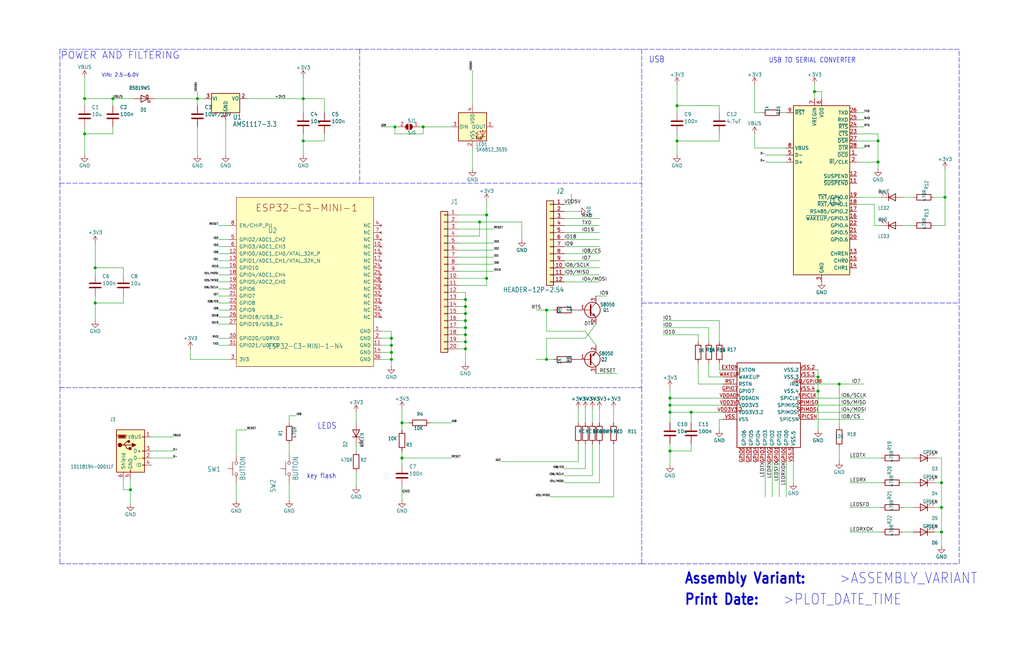
<source format=kicad_sch>
(kicad_sch (version 20211123) (generator eeschema)
  (paper "User" 368.833 239.725)
  (junction (at 46.99 176.53))
  (junction (at 30.48 35.56))
  (junction (at 340.36 71.12))
  (junction (at 167.64 125.73))
  (junction (at 294.64 135.89))
  (junction (at 144.78 165.1))
  (junction (at 339.09 173.99))
  (junction (at 109.22 35.56))
  (junction (at 167.64 120.65))
  (junction (at 140.97 121.92))
  (junction (at 30.48 48.26))
  (junction (at 167.64 123.19))
  (junction (at 142.24 45.72))
  (junction (at 241.3 146.05))
  (junction (at 196.85 111.76))
  (junction (at 316.23 58.42))
  (junction (at 167.64 115.57))
  (junction (at 339.09 191.77))
  (junction (at 167.64 110.49))
  (junction (at 241.3 148.59))
  (junction (at 316.23 50.8))
  (junction (at 152.4 45.72))
  (junction (at 71.12 35.56))
  (junction (at 243.84 38.1))
  (junction (at 294.64 140.97))
  (junction (at 140.97 127))
  (junction (at 140.97 124.46))
  (junction (at 40.64 35.56))
  (junction (at 34.29 109.22))
  (junction (at 293.37 33.02))
  (junction (at 140.97 129.54))
  (junction (at 302.26 138.43))
  (junction (at 339.09 182.88))
  (junction (at 241.3 162.56))
  (junction (at 196.85 129.54))
  (junction (at 167.64 118.11))
  (junction (at 175.26 100.33))
  (junction (at 243.84 50.8))
  (junction (at 34.29 96.52))
  (junction (at 175.26 77.47))
  (junction (at 241.3 143.51))
  (junction (at 167.64 107.95))
  (junction (at 109.22 50.8))
  (junction (at 248.92 148.59))
  (junction (at 172.72 80.01))
  (junction (at 144.78 152.4))
  (junction (at 167.64 113.03))
  (wire (pts (xy 34.29 99.06) (xy 34.29 96.52)))
  (wire (pts (xy 208.28 160.02) (xy 208.28 166.37)))
  (wire (pts (xy 339.09 165.1) (xy 336.55 165.1)))
  (wire (pts (xy 308.61 53.34) (xy 311.15 53.34)))
  (wire (pts (xy 208.28 147.32) (xy 208.28 152.4)))
  (wire (pts (xy 78.74 81.28) (xy 82.55 81.28)))
  (wire (pts (xy 203.2 73.66) (xy 205.74 73.66)))
  (polyline (pts (xy 21.59 139.7) (xy 21.59 203.2)))
  (wire (pts (xy 220.98 160.02) (xy 220.98 179.07)))
  (wire (pts (xy 214.63 106.68) (xy 218.44 106.68)))
  (polyline (pts (xy 345.44 109.22) (xy 345.44 17.78)))
  (wire (pts (xy 71.12 35.56) (xy 55.88 35.56)))
  (wire (pts (xy 213.36 160.02) (xy 213.36 171.45)))
  (wire (pts (xy 293.37 30.48) (xy 293.37 33.02)))
  (wire (pts (xy 167.64 120.65) (xy 167.64 123.19)))
  (wire (pts (xy 167.64 107.95) (xy 167.64 110.49)))
  (wire (pts (xy 241.3 152.4) (xy 241.3 148.59)))
  (wire (pts (xy 82.55 104.14) (xy 78.74 104.14)))
  (wire (pts (xy 293.37 33.02) (xy 293.37 35.56)))
  (wire (pts (xy 104.14 149.86) (xy 104.14 152.4)))
  (wire (pts (xy 278.13 166.37) (xy 278.13 179.07)))
  (wire (pts (xy 109.22 48.26) (xy 109.22 50.8)))
  (wire (pts (xy 308.61 58.42) (xy 316.23 58.42)))
  (wire (pts (xy 71.12 35.56) (xy 73.66 35.56)))
  (wire (pts (xy 40.64 35.56) (xy 30.48 35.56)))
  (wire (pts (xy 152.4 48.26) (xy 142.24 48.26)))
  (wire (pts (xy 78.74 111.76) (xy 82.55 111.76)))
  (wire (pts (xy 255.27 118.11) (xy 238.76 118.11)))
  (wire (pts (xy 294.64 140.97) (xy 293.37 140.97)))
  (wire (pts (xy 165.1 113.03) (xy 167.64 113.03)))
  (polyline (pts (xy 21.59 139.7) (xy 231.14 139.7)))
  (polyline (pts (xy 21.59 66.04) (xy 21.59 139.7)))
  (wire (pts (xy 144.78 165.1) (xy 144.78 167.64)))
  (wire (pts (xy 165.1 85.09) (xy 172.72 85.09)))
  (wire (pts (xy 340.36 81.28) (xy 336.55 81.28)))
  (wire (pts (xy 140.97 129.54) (xy 140.97 132.08)))
  (wire (pts (xy 144.78 175.26) (xy 144.78 180.34)))
  (wire (pts (xy 167.64 113.03) (xy 167.64 115.57)))
  (wire (pts (xy 306.07 165.1) (xy 317.5 165.1)))
  (wire (pts (xy 34.29 109.22) (xy 34.29 106.68)))
  (wire (pts (xy 144.78 152.4) (xy 147.32 152.4)))
  (wire (pts (xy 293.37 146.05) (xy 311.15 146.05)))
  (wire (pts (xy 241.3 160.02) (xy 241.3 162.56)))
  (wire (pts (xy 308.61 50.8) (xy 316.23 50.8)))
  (wire (pts (xy 210.82 168.91) (xy 203.2 168.91)))
  (wire (pts (xy 208.28 166.37) (xy 180.34 166.37)))
  (wire (pts (xy 259.08 133.35) (xy 260.35 133.35)))
  (wire (pts (xy 78.74 114.3) (xy 82.55 114.3)))
  (wire (pts (xy 339.09 191.77) (xy 339.09 182.88)))
  (wire (pts (xy 271.78 53.34) (xy 283.21 53.34)))
  (wire (pts (xy 165.1 100.33) (xy 175.26 100.33)))
  (wire (pts (xy 203.2 88.9) (xy 215.9 88.9)))
  (wire (pts (xy 248.92 152.4) (xy 248.92 148.59)))
  (wire (pts (xy 40.64 38.1) (xy 40.64 35.56)))
  (polyline (pts (xy 129.54 17.78) (xy 21.59 17.78)))
  (wire (pts (xy 165.1 80.01) (xy 172.72 80.01)))
  (wire (pts (xy 46.99 172.72) (xy 46.99 176.53)))
  (wire (pts (xy 210.82 147.32) (xy 210.82 152.4)))
  (wire (pts (xy 241.3 146.05) (xy 241.3 143.51)))
  (wire (pts (xy 193.04 111.76) (xy 196.85 111.76)))
  (wire (pts (xy 243.84 40.64) (xy 243.84 38.1)))
  (wire (pts (xy 203.2 86.36) (xy 215.9 86.36)))
  (wire (pts (xy 78.74 109.22) (xy 82.55 109.22)))
  (wire (pts (xy 316.23 50.8) (xy 316.23 58.42)))
  (polyline (pts (xy 345.44 17.78) (xy 231.14 17.78)))
  (wire (pts (xy 340.36 60.96) (xy 340.36 71.12)))
  (wire (pts (xy 71.12 38.1) (xy 71.12 35.56)))
  (wire (pts (xy 243.84 50.8) (xy 243.84 48.26)))
  (wire (pts (xy 205.74 73.66) (xy 205.74 69.85)))
  (wire (pts (xy 203.2 78.74) (xy 215.9 78.74)))
  (wire (pts (xy 44.45 176.53) (xy 46.99 176.53)))
  (wire (pts (xy 325.12 173.99) (xy 328.93 173.99)))
  (wire (pts (xy 30.48 27.94) (xy 30.48 35.56)))
  (wire (pts (xy 340.36 81.28) (xy 340.36 71.12)))
  (wire (pts (xy 306.07 182.88) (xy 317.5 182.88)))
  (wire (pts (xy 294.64 135.89) (xy 293.37 135.89)))
  (wire (pts (xy 40.64 45.72) (xy 40.64 48.26)))
  (wire (pts (xy 336.55 173.99) (xy 339.09 173.99)))
  (wire (pts (xy 243.84 38.1) (xy 259.08 38.1)))
  (wire (pts (xy 172.72 80.01) (xy 187.96 80.01)))
  (wire (pts (xy 316.23 58.42) (xy 316.23 60.96)))
  (wire (pts (xy 137.16 119.38) (xy 140.97 119.38)))
  (wire (pts (xy 30.48 48.26) (xy 30.48 55.88)))
  (wire (pts (xy 259.08 115.57) (xy 238.76 115.57)))
  (wire (pts (xy 203.2 101.6) (xy 215.9 101.6)))
  (wire (pts (xy 82.55 101.6) (xy 78.74 101.6)))
  (wire (pts (xy 78.74 96.52) (xy 82.55 96.52)))
  (wire (pts (xy 311.15 40.64) (xy 308.61 40.64)))
  (wire (pts (xy 109.22 50.8) (xy 109.22 55.88)))
  (wire (pts (xy 328.93 71.12) (xy 325.12 71.12)))
  (wire (pts (xy 165.1 90.17) (xy 177.8 90.17)))
  (wire (pts (xy 30.48 45.72) (xy 30.48 48.26)))
  (wire (pts (xy 248.92 160.02) (xy 248.92 162.56)))
  (wire (pts (xy 54.61 162.56) (xy 62.23 162.56)))
  (wire (pts (xy 275.59 55.88) (xy 283.21 55.88)))
  (wire (pts (xy 316.23 48.26) (xy 316.23 50.8)))
  (wire (pts (xy 137.16 121.92) (xy 140.97 121.92)))
  (wire (pts (xy 210.82 119.38) (xy 214.63 124.46)))
  (wire (pts (xy 271.78 48.26) (xy 271.78 53.34)))
  (wire (pts (xy 175.26 102.87) (xy 175.26 100.33)))
  (wire (pts (xy 210.82 121.92) (xy 196.85 121.92)))
  (wire (pts (xy 144.78 152.4) (xy 144.78 154.94)))
  (wire (pts (xy 215.9 160.02) (xy 215.9 173.99)))
  (wire (pts (xy 170.18 25.4) (xy 170.18 38.1)))
  (wire (pts (xy 293.37 143.51) (xy 311.15 143.51)))
  (wire (pts (xy 241.3 162.56) (xy 241.3 167.64)))
  (wire (pts (xy 82.55 121.92) (xy 78.74 121.92)))
  (wire (pts (xy 293.37 148.59) (xy 311.15 148.59)))
  (wire (pts (xy 44.45 172.72) (xy 44.45 176.53)))
  (wire (pts (xy 251.46 138.43) (xy 260.35 138.43)))
  (wire (pts (xy 203.2 96.52) (xy 215.9 96.52)))
  (wire (pts (xy 196.85 111.76) (xy 199.39 111.76)))
  (wire (pts (xy 294.64 140.97) (xy 294.64 135.89)))
  (wire (pts (xy 165.1 77.47) (xy 175.26 77.47)))
  (wire (pts (xy 151.13 45.72) (xy 152.4 45.72)))
  (polyline (pts (xy 129.54 66.04) (xy 231.14 66.04)))
  (wire (pts (xy 128.27 148.59) (xy 128.27 152.4)))
  (wire (pts (xy 308.61 43.18) (xy 311.15 43.18)))
  (wire (pts (xy 170.18 53.34) (xy 170.18 60.96)))
  (wire (pts (xy 248.92 162.56) (xy 241.3 162.56)))
  (wire (pts (xy 152.4 45.72) (xy 162.56 45.72)))
  (wire (pts (xy 302.26 161.29) (xy 302.26 166.37)))
  (wire (pts (xy 142.24 48.26) (xy 142.24 45.72)))
  (wire (pts (xy 213.36 147.32) (xy 213.36 152.4)))
  (wire (pts (xy 104.14 160.02) (xy 104.14 163.83)))
  (wire (pts (xy 68.58 129.54) (xy 82.55 129.54)))
  (wire (pts (xy 109.22 40.64) (xy 109.22 35.56)))
  (wire (pts (xy 143.51 45.72) (xy 142.24 45.72)))
  (wire (pts (xy 46.99 176.53) (xy 46.99 181.61)))
  (wire (pts (xy 302.26 138.43) (xy 311.15 138.43)))
  (wire (pts (xy 251.46 130.81) (xy 251.46 138.43)))
  (wire (pts (xy 109.22 35.56) (xy 88.9 35.56)))
  (wire (pts (xy 165.1 105.41) (xy 167.64 105.41)))
  (wire (pts (xy 167.64 118.11) (xy 167.64 120.65)))
  (wire (pts (xy 196.85 119.38) (xy 196.85 111.76)))
  (wire (pts (xy 306.07 191.77) (xy 317.5 191.77)))
  (wire (pts (xy 81.28 43.18) (xy 81.28 55.88)))
  (wire (pts (xy 308.61 73.66) (xy 314.96 73.66)))
  (wire (pts (xy 222.25 134.62) (xy 214.63 134.62)))
  (polyline (pts (xy 231.14 17.78) (xy 231.14 66.04)))
  (wire (pts (xy 82.55 99.06) (xy 78.74 99.06)))
  (wire (pts (xy 44.45 106.68) (xy 44.45 109.22)))
  (wire (pts (xy 34.29 109.22) (xy 34.29 115.57)))
  (wire (pts (xy 203.2 99.06) (xy 215.9 99.06)))
  (wire (pts (xy 175.26 100.33) (xy 175.26 77.47)))
  (wire (pts (xy 82.55 93.98) (xy 78.74 93.98)))
  (wire (pts (xy 271.78 30.48) (xy 271.78 40.64)))
  (wire (pts (xy 196.85 129.54) (xy 199.39 129.54)))
  (wire (pts (xy 68.58 125.73) (xy 68.58 129.54)))
  (wire (pts (xy 328.93 81.28) (xy 325.12 81.28)))
  (wire (pts (xy 167.64 105.41) (xy 167.64 107.95)))
  (polyline (pts (xy 129.54 17.78) (xy 129.54 66.04)))
  (wire (pts (xy 314.96 73.66) (xy 314.96 81.28)))
  (wire (pts (xy 210.82 119.38) (xy 196.85 119.38)))
  (wire (pts (xy 220.98 147.32) (xy 220.98 152.4)))
  (wire (pts (xy 220.98 179.07) (xy 198.12 179.07)))
  (wire (pts (xy 203.2 81.28) (xy 215.9 81.28)))
  (wire (pts (xy 137.16 124.46) (xy 140.97 124.46)))
  (wire (pts (xy 248.92 148.59) (xy 241.3 148.59)))
  (wire (pts (xy 34.29 87.63) (xy 34.29 96.52)))
  (polyline (pts (xy 231.14 66.04) (xy 231.14 109.22)))
  (wire (pts (xy 271.78 40.64) (xy 274.32 40.64)))
  (polyline (pts (xy 231.14 17.78) (xy 129.54 17.78)))
  (wire (pts (xy 165.1 125.73) (xy 167.64 125.73)))
  (wire (pts (xy 260.35 148.59) (xy 248.92 148.59)))
  (wire (pts (xy 302.26 138.43) (xy 302.26 153.67)))
  (wire (pts (xy 165.1 115.57) (xy 167.64 115.57)))
  (wire (pts (xy 215.9 173.99) (xy 203.2 173.99)))
  (wire (pts (xy 340.36 71.12) (xy 336.55 71.12)))
  (wire (pts (xy 137.16 127) (xy 140.97 127)))
  (wire (pts (xy 142.24 45.72) (xy 137.16 45.72)))
  (wire (pts (xy 48.26 35.56) (xy 40.64 35.56)))
  (wire (pts (xy 78.74 106.68) (xy 82.55 106.68)))
  (wire (pts (xy 294.64 133.35) (xy 293.37 133.35)))
  (wire (pts (xy 54.61 157.48) (xy 62.23 157.48)))
  (wire (pts (xy 71.12 35.56) (xy 71.12 33.02)))
  (wire (pts (xy 308.61 71.12) (xy 317.5 71.12)))
  (wire (pts (xy 325.12 165.1) (xy 328.93 165.1)))
  (wire (pts (xy 187.96 80.01) (xy 187.96 86.36)))
  (wire (pts (xy 259.08 130.81) (xy 259.08 133.35)))
  (wire (pts (xy 210.82 160.02) (xy 210.82 168.91)))
  (wire (pts (xy 104.14 149.86) (xy 106.68 149.86)))
  (wire (pts (xy 165.1 87.63) (xy 177.8 87.63)))
  (wire (pts (xy 203.2 76.2) (xy 208.28 76.2)))
  (wire (pts (xy 293.37 151.13) (xy 311.15 151.13)))
  (wire (pts (xy 308.61 45.72) (xy 311.15 45.72)))
  (wire (pts (xy 259.08 151.13) (xy 259.08 154.94)))
  (polyline (pts (xy 231.14 139.7) (xy 231.14 203.2)))
  (wire (pts (xy 259.08 48.26) (xy 259.08 50.8)))
  (wire (pts (xy 165.1 95.25) (xy 177.8 95.25)))
  (polyline (pts (xy 21.59 66.04) (xy 129.54 66.04)))
  (wire (pts (xy 243.84 30.48) (xy 243.84 38.1)))
  (wire (pts (xy 275.59 166.37) (xy 275.59 179.07)))
  (wire (pts (xy 116.84 48.26) (xy 116.84 50.8)))
  (polyline (pts (xy 21.59 17.78) (xy 21.59 66.04)))
  (wire (pts (xy 109.22 27.94) (xy 109.22 35.56)))
  (wire (pts (xy 280.67 166.37) (xy 280.67 179.07)))
  (wire (pts (xy 82.55 88.9) (xy 78.74 88.9)))
  (wire (pts (xy 140.97 124.46) (xy 140.97 127)))
  (wire (pts (xy 82.55 124.46) (xy 78.74 124.46)))
  (wire (pts (xy 259.08 40.64) (xy 259.08 38.1)))
  (polyline (pts (xy 231.14 203.2) (xy 345.44 203.2)))
  (wire (pts (xy 177.8 82.55) (xy 165.1 82.55)))
  (wire (pts (xy 283.21 166.37) (xy 283.21 179.07)))
  (wire (pts (xy 241.3 143.51) (xy 260.35 143.51)))
  (wire (pts (xy 210.82 121.92) (xy 214.63 116.84)))
  (polyline (pts (xy 345.44 203.2) (xy 345.44 109.22)))
  (wire (pts (xy 71.12 45.72) (xy 71.12 55.88)))
  (wire (pts (xy 275.59 58.42) (xy 283.21 58.42)))
  (wire (pts (xy 140.97 119.38) (xy 140.97 121.92)))
  (wire (pts (xy 260.35 146.05) (xy 241.3 146.05)))
  (wire (pts (xy 259.08 151.13) (xy 260.35 151.13)))
  (wire (pts (xy 339.09 191.77) (xy 339.09 196.85)))
  (polyline (pts (xy 231.14 109.22) (xy 231.14 139.7)))
  (wire (pts (xy 165.1 107.95) (xy 167.64 107.95)))
  (wire (pts (xy 165.1 92.71) (xy 177.8 92.71)))
  (wire (pts (xy 285.75 166.37) (xy 285.75 173.99)))
  (wire (pts (xy 85.09 154.94) (xy 88.9 154.94)))
  (wire (pts (xy 82.55 91.44) (xy 78.74 91.44)))
  (wire (pts (xy 203.2 83.82) (xy 215.9 83.82)))
  (wire (pts (xy 295.91 35.56) (xy 295.91 33.02)))
  (wire (pts (xy 294.64 140.97) (xy 294.64 154.94)))
  (wire (pts (xy 116.84 40.64) (xy 116.84 35.56)))
  (wire (pts (xy 255.27 135.89) (xy 260.35 135.89)))
  (wire (pts (xy 165.1 123.19) (xy 167.64 123.19)))
  (wire (pts (xy 306.07 173.99) (xy 317.5 173.99)))
  (wire (pts (xy 167.64 123.19) (xy 167.64 125.73)))
  (wire (pts (xy 144.78 165.1) (xy 162.56 165.1)))
  (wire (pts (xy 215.9 147.32) (xy 215.9 152.4)))
  (wire (pts (xy 165.1 120.65) (xy 167.64 120.65)))
  (wire (pts (xy 144.78 162.56) (xy 144.78 165.1)))
  (wire (pts (xy 336.55 191.77) (xy 339.09 191.77)))
  (wire (pts (xy 293.37 138.43) (xy 302.26 138.43)))
  (wire (pts (xy 295.91 33.02) (xy 293.37 33.02)))
  (wire (pts (xy 336.55 182.88) (xy 339.09 182.88)))
  (wire (pts (xy 82.55 86.36) (xy 78.74 86.36)))
  (wire (pts (xy 165.1 118.11) (xy 167.64 118.11)))
  (wire (pts (xy 154.94 152.4) (xy 162.56 152.4)))
  (polyline (pts (xy 231.14 109.22) (xy 345.44 109.22)))
  (wire (pts (xy 175.26 72.39) (xy 175.26 77.47)))
  (wire (pts (xy 241.3 148.59) (xy 241.3 146.05)))
  (wire (pts (xy 40.64 48.26) (xy 30.48 48.26)))
  (wire (pts (xy 78.74 116.84) (xy 82.55 116.84)))
  (wire (pts (xy 167.64 110.49) (xy 167.64 113.03)))
  (wire (pts (xy 251.46 120.65) (xy 251.46 123.19)))
  (wire (pts (xy 314.96 81.28) (xy 317.5 81.28)))
  (wire (pts (xy 140.97 127) (xy 140.97 129.54)))
  (wire (pts (xy 339.09 182.88) (xy 339.09 173.99)))
  (wire (pts (xy 54.61 165.1) (xy 62.23 165.1)))
  (wire (pts (xy 251.46 120.65) (xy 238.76 120.65)))
  (wire (pts (xy 294.64 135.89) (xy 294.64 133.35)))
  (wire (pts (xy 128.27 170.18) (xy 128.27 175.26)))
  (wire (pts (xy 34.29 96.52) (xy 44.45 96.52)))
  (wire (pts (xy 325.12 182.88) (xy 328.93 182.88)))
  (wire (pts (xy 104.14 173.99) (xy 104.14 180.34)))
  (wire (pts (xy 196.85 129.54) (xy 193.04 129.54)))
  (wire (pts (xy 255.27 118.11) (xy 255.27 123.19)))
  (wire (pts (xy 172.72 85.09) (xy 172.72 80.01)))
  (wire (pts (xy 44.45 109.22) (xy 34.29 109.22)))
  (wire (pts (xy 140.97 121.92) (xy 140.97 124.46)))
  (wire (pts (xy 85.09 173.99) (xy 85.09 180.34)))
  (wire (pts (xy 152.4 45.72) (xy 152.4 48.26)))
  (wire (pts (xy 196.85 121.92) (xy 196.85 129.54)))
  (wire (pts (xy 167.64 125.73) (xy 167.64 130.81)))
  (wire (pts (xy 259.08 115.57) (xy 259.08 123.19)))
  (wire (pts (xy 167.64 115.57) (xy 167.64 118.11)))
  (wire (pts (xy 255.27 130.81) (xy 255.27 135.89)))
  (wire (pts (xy 243.84 50.8) (xy 243.84 55.88)))
  (wire (pts (xy 203.2 91.44) (xy 215.9 91.44)))
  (wire (pts (xy 213.36 171.45) (xy 203.2 171.45)))
  (wire (pts (xy 339.09 173.99) (xy 339.09 165.1)))
  (wire (pts (xy 128.27 160.02) (xy 128.27 162.56)))
  (wire (pts (xy 44.45 96.52) (xy 44.45 99.06)))
  (wire (pts (xy 308.61 48.26) (xy 316.23 48.26)))
  (wire (pts (xy 259.08 50.8) (xy 243.84 50.8)))
  (wire (pts (xy 144.78 147.32) (xy 144.78 152.4)))
  (wire (pts (xy 30.48 38.1) (xy 30.48 35.56)))
  (wire (pts (xy 116.84 50.8) (xy 109.22 50.8)))
  (wire (pts (xy 203.2 93.98) (xy 215.9 93.98)))
  (wire (pts (xy 165.1 97.79) (xy 177.8 97.79)))
  (wire (pts (xy 165.1 102.87) (xy 175.26 102.87)))
  (wire (pts (xy 325.12 191.77) (xy 328.93 191.77)))
  (wire (pts (xy 116.84 35.56) (xy 109.22 35.56)))
  (wire (pts (xy 165.1 110.49) (xy 167.64 110.49)))
  (polyline (pts (xy 21.59 203.2) (xy 231.14 203.2)))
  (wire (pts (xy 241.3 139.7) (xy 241.3 143.51)))
  (wire (pts (xy 281.94 40.64) (xy 283.21 40.64)))
  (wire (pts (xy 137.16 129.54) (xy 140.97 129.54)))
  (wire (pts (xy 85.09 154.94) (xy 85.09 163.83)))
  (text "VIN: 2.5-6.0V" (at 36.576 27.94 180) (effects (font (size 1.27 1.27)) (justify left bottom)))
  (text ">PLOT_DATE_TIME" (at 281.94 218.44 180) (effects (font (size 3.81 3.2385)) (justify left bottom)))
  (text "LEDS" (at 114.3 154.94 180) (effects (font (size 2.1844 1.8567)) (justify left bottom)))
  (text "USB TO SERIAL CONVERTER" (at 276.86 22.86 180) (effects (font (size 1.778 1.5113)) (justify left bottom)))
  (text "Assembly Variant:" (at 246.38 210.82 180) (effects (font (size 3.81 3.2385) (thickness 0.6477) bold) (justify left bottom)))
  (text "Print Date:" (at 246.38 218.44 180) (effects (font (size 3.81 3.2385) (thickness 0.6477) bold) (justify left bottom)))
  (text ">ASSEMBLY_VARIANT" (at 302.26 210.82 180) (effects (font (size 3.81 3.2385)) (justify left bottom)))
  (text "USB" (at 233.68 22.86 180) (effects (font (size 2.1844 1.8567)) (justify left bottom)))
  (text "key flash" (at 110.49 172.72 180) (effects (font (size 1.778 1.5113)) (justify left bottom)))
  (text "POWER AND FILTERING" (at 64.77 21.59 180) (effects (font (size 2.54 2.54)) (justify right bottom)))
  (label "VDD5V" (at 71.12 33.02 90) (effects (font (size 0.7112 0.7112))))
  (label "RESET" (at 88.9 154.94 0) (effects (font (size 0.7112 0.7112))))
  (label "IO9" (at 203.2 88.9 0) (effects (font (size 1.2446 1.2446))))
  (label "VBUS" (at 40.64 35.56 0) (effects (font (size 0.889 0.889))))
  (label "RESET" (at 215.9 134.62 0) (effects (font (size 1.2446 1.2446))))
  (label "IO6/SCLK" (at 203.2 96.52 0) (effects (font (size 1.2446 1.2446))))
  (label "IO5/MISO" (at 302.895 146.05 0) (effects (font (size 1.2446 1.2446))))
  (label "LEDRX" (at 278.13 166.37 270) (effects (font (size 1.2446 1.2446))))
  (label "IO1" (at 177.8 92.71 0) (effects (font (size 0.7112 0.7112))))
  (label "VDD5V" (at 170.18 25.4 90) (effects (font (size 0.7112 0.7112))))
  (label "IO8/CS" (at 203.2 168.91 180) (effects (font (size 0.7112 0.7112))))
  (label "IO2" (at 177.8 90.17 0) (effects (font (size 0.7112 0.7112))))
  (label "DTR" (at 311.15 53.34 0) (effects (font (size 0.7112 0.7112))))
  (label "IO1" (at 238.76 115.57 0) (effects (font (size 1.2446 1.2446))))
  (label "IO5/MISO" (at 198.12 179.07 180) (effects (font (size 0.7112 0.7112))))
  (label "IO6/SCLK" (at 203.2 171.45 180) (effects (font (size 0.7112 0.7112))))
  (label "IO5/MISO" (at 78.74 101.6 180) (effects (font (size 0.7112 0.7112))))
  (label "LEDRXOK" (at 306.07 191.77 0) (effects (font (size 1.2446 1.2446))))
  (label "RESET" (at 162.56 165.1 0) (effects (font (size 0.7112 0.7112))))
  (label "LEDTX" (at 306.07 165.1 0) (effects (font (size 1.2446 1.2446))))
  (label "IO2" (at 180.34 166.37 180) (effects (font (size 0.7112 0.7112))))
  (label "IO9" (at 162.56 152.4 0) (effects (font (size 0.7112 0.7112))))
  (label "LEDRXOK" (at 283.21 166.37 270) (effects (font (size 1.2446 1.2446))))
  (label "+3V3" (at 99.06 35.56 0) (effects (font (size 0.889 0.889))))
  (label "IO10" (at 238.76 120.65 0) (effects (font (size 1.2446 1.2446))))
  (label "IO9" (at 137.16 45.72 0) (effects (font (size 0.7112 0.7112))))
  (label "D-" (at 62.23 165.1 0) (effects (font (size 0.7112 0.7112))))
  (label "LEDTX" (at 275.59 166.37 270) (effects (font (size 1.2446 1.2446))))
  (label "TXD" (at 209.55 81.28 0) (effects (font (size 1.2446 1.2446))))
  (label "IO4/MOSI" (at 302.895 148.59 0) (effects (font (size 1.2446 1.2446))))
  (label "IO1" (at 78.74 93.98 180) (effects (font (size 0.7112 0.7112))))
  (label "IO18" (at 203.2 86.36 0) (effects (font (size 1.2446 1.2446))))
  (label "IO8/CS" (at 302.895 151.13 0) (effects (font (size 1.2446 1.2446))))
  (label "GND" (at 144.78 177.8 0) (effects (font (size 0.889 0.889))))
  (label "IO0" (at 238.76 118.11 0) (effects (font (size 1.2446 1.2446))))
  (label "IO18" (at 78.74 114.3 180) (effects (font (size 0.7112 0.7112))))
  (label "IO9" (at 78.74 111.76 180) (effects (font (size 0.7112 0.7112))))
  (label "IO5/MISO" (at 203.2 99.06 0) (effects (font (size 1.2446 1.2446))))
  (label "IO0" (at 177.8 95.25 0) (effects (font (size 0.7112 0.7112))))
  (label "IO2" (at 78.74 86.36 180) (effects (font (size 0.7112 0.7112))))
  (label "LEDSFD" (at 306.07 182.88 0) (effects (font (size 1.2446 1.2446))))
  (label "VBUS" (at 62.23 157.48 0) (effects (font (size 0.7112 0.7112))))
  (label "D+" (at 275.59 58.42 180) (effects (font (size 0.7112 0.7112))))
  (label "VDD5V" (at 203.2 73.66 0) (effects (font (size 1.2446 1.2446))))
  (label "RTS" (at 194.945 111.76 180) (effects (font (size 1.2446 1.2446))))
  (label "D+" (at 62.23 162.56 0) (effects (font (size 0.7112 0.7112))))
  (label "IO6/SCLK" (at 78.74 104.14 180) (effects (font (size 0.7112 0.7112))))
  (label "IO10" (at 78.74 96.52 180) (effects (font (size 0.7112 0.7112))))
  (label "IO7" (at 209.55 93.98 0) (effects (font (size 1.2446 1.2446))))
  (label "IO3" (at 177.8 87.63 0) (effects (font (size 0.7112 0.7112))))
  (label "D-" (at 275.59 55.88 180) (effects (font (size 0.7112 0.7112))))
  (label "IO9" (at 106.68 149.86 0) (effects (font (size 0.7112 0.7112))))
  (label "IO7" (at 306.705 138.43 0) (effects (font (size 1.2446 1.2446))))
  (label "IO10" (at 177.8 97.79 0) (effects (font (size 0.7112 0.7112))))
  (label "IO0" (at 78.74 91.44 180) (effects (font (size 0.7112 0.7112))))
  (label "TXD" (at 311.15 40.64 0) (effects (font (size 0.7112 0.7112))))
  (label "RXD" (at 209.55 78.74 0) (effects (font (size 1.2446 1.2446))))
  (label "RXD" (at 78.74 121.92 180) (effects (font (size 0.7112 0.7112))))
  (label "IO19" (at 78.74 116.84 180) (effects (font (size 0.7112 0.7112))))
  (label "RXD" (at 311.15 43.18 0) (effects (font (size 0.7112 0.7112))))
  (label "IO3" (at 78.74 88.9 180) (effects (font (size 0.7112 0.7112))))
  (label "TXD" (at 78.74 124.46 180) (effects (font (size 0.7112 0.7112))))
  (label "IO9" (at 215.9 106.68 0) (effects (font (size 1.2446 1.2446))))
  (label "IO4/MOSI" (at 78.74 99.06 180) (effects (font (size 0.7112 0.7112))))
  (label "IO7" (at 78.74 106.68 180) (effects (font (size 0.7112 0.7112))))
  (label "RESET" (at 177.8 82.55 0) (effects (font (size 0.7112 0.7112))))
  (label "LEDRX" (at 306.07 173.99 0) (effects (font (size 1.2446 1.2446))))
  (label "IO6/SCLK" (at 302.895 143.51 0) (effects (font (size 1.2446 1.2446))))
  (label "LEDSFD" (at 280.67 166.37 270) (effects (font (size 1.2446 1.2446))))
  (label "IO4/MOSI" (at 203.2 173.99 180) (effects (font (size 0.7112 0.7112))))
  (label "IO4/MOSI" (at 209.55 101.6 0) (effects (font (size 1.2446 1.2446))))
  (label "IO8/CS" (at 209.55 91.44 0) (effects (font (size 1.2446 1.2446))))
  (label "IO8{slash}CS" (at 78.74 109.22 180) (effects (font (size 0.7112 0.7112))))
  (label "IO19" (at 209.55 83.82 0) (effects (font (size 1.2446 1.2446))))
  (label "RTS" (at 311.15 45.72 0) (effects (font (size 0.7112 0.7112))))
  (label "DTR" (at 214.0204 117.6528 180) (effects (font (size 1.2446 1.2446))))
  (label "RESET" (at 78.74 81.28 180) (effects (font (size 0.7112 0.7112))))
  (symbol (lib_id "Switch:SW_Push") (at 104.14 168.91 90) (unit 1)
    (property "Reference" "SW2" (at 99.314 177.546 0) (effects (font (size 1.778 1.5113)) (justify left bottom)))
    (property "Value" "BUTTON" (at 107.442 173.228 0) (effects (font (size 1.778 1.5113)) (justify left bottom)))
    (property "Footprint" "157SW" (effects hide))
  )
  (symbol (lib_id "Device:C") (at 30.48 41.91 0) (unit 1)
    (property "Reference" "C1" (at 33.02 39.37 0) (effects (justify left bottom)))
    (property "Value" "10u" (at 33.02 41.91 0) (effects (justify left bottom)))
    (property "Footprint" "0603" (effects hide))
  )
  (symbol (lib_id "Device:R") (at 220.98 156.21 0) (unit 1)
    (property "Reference" "R11" (at 226.06 156.21 0) (effects (font (size 1.27 1.0795)) (justify left bottom)))
    (property "Value" "NC" (at 220.98 156.21 0) (effects (font (size 1.27 1.0795)) (justify left bottom)))
    (property "Footprint" "0603" (effects hide))
  )
  (symbol (lib_id "power:GND") (at 104.14 180.34 0) (unit 1)
    (property "Reference" "#PWR0109" (effects hide))
    (property "Value" "GND" (at 104.14 184.15 0))
  )
  (symbol (lib_id "power:GND") (at 187.96 86.36 0) (unit 1)
    (property "Reference" "#PWR0107" (effects hide))
    (property "Value" "GND" (at 187.96 90.17 0))
  )
  (symbol (lib_id "Device:R") (at 128.27 166.37 180) (unit 1)
    (property "Reference" "R2" (at 132.08 165.1 0) (effects (font (size 1.27 1.0795)) (justify left bottom)))
    (property "Value" "470R" (at 127 165.1 0) (effects (font (size 1.27 1.0795)) (justify left bottom)))
    (property "Footprint" "0603" (effects hide))
  )
  (symbol (lib_id "power:GND") (at 71.12 55.88 0) (unit 1)
    (property "Reference" "#PWR0137" (effects hide))
    (property "Value" "GND" (at 71.12 59.69 0))
  )
  (symbol (lib_id "Device:LED") (at 321.31 81.28 0) (mirror x) (unit 1)
    (property "Reference" "LED3" (at 316.23 84.455 0) (effects (font (size 1.27 1.0795)) (justify left bottom)))
    (property "Value" "RED" (at 316.23 78.486 0) (effects (font (size 1.27 1.0795)) (justify left bottom)))
    (property "Footprint" "CHIPLED_0603_NOOUTLINE" (effects hide))
  )
  (symbol (lib_id "Device:R") (at 302.26 157.48 0) (unit 1)
    (property "Reference" "R18" (at 305.054 157.226 0) (effects (font (size 1.27 1.0795)) (justify left bottom)))
    (property "Value" "10K" (at 300.736 157.988 0) (effects (font (size 1.27 1.0795)) (justify left bottom)))
    (property "Footprint" "0603" (effects hide))
  )
  (symbol (lib_id "power:GND") (at 243.84 55.88 0) (unit 1)
    (property "Reference" "#PWR0129" (effects hide))
    (property "Value" "GND" (at 243.84 59.69 0))
  )
  (symbol (lib_id "power:GND") (at 140.97 132.08 0) (mirror y) (unit 1)
    (property "Reference" "#PWR0105" (effects hide))
    (property "Value" "GND" (at 140.97 135.89 0))
  )
  (symbol (lib_id "power:GND") (at 128.27 175.26 0) (unit 1)
    (property "Reference" "#PWR0110" (effects hide))
    (property "Value" "GND" (at 128.27 179.07 0))
  )
  (symbol (lib_id "Device:C") (at 109.22 44.45 0) (unit 1)
    (property "Reference" "C4" (at 111.76 41.91 0) (effects (justify left bottom)))
    (property "Value" "10u" (at 111.76 44.45 0) (effects (justify left bottom)))
    (property "Footprint" "0603" (effects hide))
  )
  (symbol (lib_id "power:GND") (at 241.3 167.64 0) (unit 1)
    (property "Reference" "#PWR0119" (effects hide))
    (property "Value" "GND" (at 241.3 171.45 0))
  )
  (symbol (lib_id "power:+3V3") (at 293.37 30.48 0) (mirror y) (unit 1)
    (property "Reference" "#PWR0132" (effects hide))
    (property "Value" "+3V3" (at 293.37 26.924 0))
  )
  (symbol (lib_id "Device:C") (at 116.84 44.45 0) (unit 1)
    (property "Reference" "C5" (at 119.38 41.91 0) (effects (justify left bottom)))
    (property "Value" "100n" (at 119.38 44.45 0) (effects (justify left bottom)))
    (property "Footprint" "0603" (effects hide))
  )
  (symbol (lib_id "power:+3V3") (at 68.58 125.73 0) (unit 1)
    (property "Reference" "#PWR0122" (effects hide))
    (property "Value" "+3V3" (at 68.58 121.92 0))
  )
  (symbol (lib_id "power:GND") (at 81.28 55.88 0) (unit 1)
    (property "Reference" "#PWR0142" (effects hide))
    (property "Value" "GND" (at 81.28 59.69 0))
  )
  (symbol (lib_id "Switch:SW_Push") (at 85.09 168.91 90) (unit 1)
    (property "Reference" "SW1" (at 79.502 168.148 90) (effects (font (size 1.778 1.5113)) (justify left bottom)))
    (property "Value" "BUTTON" (at 88.392 173.228 0) (effects (font (size 1.778 1.5113)) (justify left bottom)))
    (property "Footprint" "157SW" (effects hide))
  )
  (symbol (lib_id "power:VBUS") (at 30.48 27.94 0) (unit 1)
    (property "Reference" "#PWR0134" (effects hide))
    (property "Value" "VBUS" (at 30.48 24.13 0))
  )
  (symbol (lib_id "LED:SK6812MINI") (at 170.18 45.72 0) (unit 1)
    (property "Reference" "LED1" (at 171.45 52.705 0) (effects (font (size 1.27 1.0795)) (justify left bottom)))
    (property "Value" "SK6812_3535" (at 171.45 54.61 0) (effects (font (size 1.27 1.0795)) (justify left bottom)))
    (property "Footprint" "LED3535" (effects hide))
  )
  (symbol (lib_id "Connector_Generic:Conn_01x12") (at 198.12 86.36 0) (mirror y) (unit 1)
    (property "Reference" "J2" (at 203.2 69.85 0) (effects (font (size 1.778 1.5113)) (justify left bottom)))
    (property "Value" "HEADER-12P-2.54" (at 203.2 105.41 0) (effects (font (size 1.778 1.5113)) (justify left bottom)))
    (property "Footprint" "12P-2.54" (effects hide))
  )
  (symbol (lib_id "Device:C") (at 243.84 44.45 0) (unit 1)
    (property "Reference" "C9" (at 246.38 41.91 0) (effects (justify left bottom)))
    (property "Value" "100n" (at 246.38 44.45 0) (effects (justify left bottom)))
    (property "Footprint" "0603" (effects hide))
  )
  (symbol (lib_id "power:GND") (at 302.26 166.37 0) (unit 1)
    (property "Reference" "#PWR0121" (effects hide))
    (property "Value" "GND" (at 302.26 170.18 0))
  )
  (symbol (lib_id "Interface_USB:CP2102N-Axx-xQFN28") (at 295.91 68.58 0) (unit 1)
    (property "Reference" "U3" (at 298.45 71.12 0) (effects (font (size 2.54 2.159)) (justify left top)))
    (property "Value" "SILICON_LABS_CP2102N-A01-GQFN28SILICON_LABS_CP2102N-A01-GQFN28_0_3" (effects hide))
    (property "Footprint" "SILICON_LABS_CP2102N-A01-GQFN28_3" (effects hide))
  )
  (symbol (lib_id "Device:R") (at 203.2 129.54 270) (unit 1)
    (property "Reference" "R6" (at 205.486 130.683 0) (effects (font (size 1.27 1.0795)) (justify right top)))
    (property "Value" "1K" (at 202.184 131.318 0) (effects (font (size 1.27 1.0795)) (justify right top)))
    (property "Footprint" "0603" (effects hide))
  )
  (symbol (lib_id "Device:LED") (at 332.74 165.1 180) (unit 1)
    (property "Reference" "D3" (at 337.82 168.275 0) (effects (font (size 1.27 1.0795)) (justify left bottom)))
    (property "Value" "GREEN" (at 337.82 162.306 0) (effects (font (size 1.27 1.0795)) (justify left bottom)))
    (property "Footprint" "CHIPLED_0805_NOOUTLINE" (effects hide))
  )
  (symbol (lib_id "power:+3V3") (at 144.78 147.32 0) (unit 1)
    (property "Reference" "#PWR0101" (effects hide))
    (property "Value" "+3V3" (at 144.78 143.764 0))
  )
  (symbol (lib_id "Connector:USB_B_Micro") (at 46.99 162.56 0) (unit 1)
    (property "Reference" "J3" (at 39.615 151.8851 0) (effects (font (size 1.2715 1.0807)) (justify left bottom)))
    (property "Value" "10118194-0001LF" (at 25.4 168.91 0) (effects (font (size 1.2706 1.08)) (justify left bottom)))
    (property "Footprint" "AMPHENOL_10118194-0001LF" (effects hide))
  )
  (symbol (lib_id "Device:R") (at 332.74 71.12 270) (mirror x) (unit 1)
    (property "Reference" "R12" (at 332.994 68.326 0) (effects (font (size 1.27 1.0795)) (justify left bottom)))
    (property "Value" "470R" (at 332.232 72.644 0) (effects (font (size 1.27 1.0795)) (justify left bottom)))
    (property "Footprint" "0603" (effects hide))
  )
  (symbol (lib_id "power:GND") (at 167.64 130.81 0) (unit 1)
    (property "Reference" "#PWR0108" (effects hide))
    (property "Value" "GND" (at 167.64 134.62 0))
  )
  (symbol (lib_id "power:+3V3") (at 220.98 147.32 0) (unit 1)
    (property "Reference" "#PWR0126" (effects hide))
    (property "Value" "+3V3" (at 220.98 143.764 0))
  )
  (symbol (lib_id "power:+3V3") (at 109.22 27.94 0) (mirror y) (unit 1)
    (property "Reference" "#PWR0139" (effects hide))
    (property "Value" "+3V3" (at 109.22 24.384 0))
  )
  (symbol (lib_id "power:+3V3") (at 213.36 147.32 0) (unit 1)
    (property "Reference" "#PWR0117" (effects hide))
    (property "Value" "+3V3" (at 213.36 143.764 0))
  )
  (symbol (lib_id "ESP32 UWB-eagle-import:DWM1000") (at 278.13 166.37 0) (unit 1)
    (property "Reference" "U4" (effects hide))
    (property "Value" "DWM1000" (effects hide))
    (property "Footprint" "DWM1000" (effects hide))
  )
  (symbol (lib_id "power:GND") (at 339.09 196.85 0) (unit 1)
    (property "Reference" "#PWR0120" (effects hide))
    (property "Value" "GND" (at 339.09 200.66 0))
  )
  (symbol (lib_id "Device:R") (at 255.27 127 0) (unit 1)
    (property "Reference" "R15" (at 258.064 126.746 0) (effects (font (size 1.27 1.0795)) (justify left bottom)))
    (property "Value" "1K" (at 255.27 127 0) (effects (font (size 1.27 1.0795)) (justify left bottom)))
    (property "Footprint" "0603" (effects hide))
  )
  (symbol (lib_id "Device:LED") (at 332.74 182.88 180) (unit 1)
    (property "Reference" "D5" (at 337.82 186.055 0) (effects (font (size 1.27 1.0795)) (justify left bottom)))
    (property "Value" "GREEN" (at 337.82 180.086 0) (effects (font (size 1.27 1.0795)) (justify left bottom)))
    (property "Footprint" "CHIPLED_0805_NOOUTLINE" (effects hide))
  )
  (symbol (lib_id "power:GND") (at 34.29 115.57 0) (unit 1)
    (property "Reference" "#PWR0106" (effects hide))
    (property "Value" "GND" (at 34.29 119.38 0))
  )
  (symbol (lib_id "Regulator_Linear:AMS1117-3.3") (at 81.28 35.56 0) (unit 1)
    (property "Reference" "U1" (at 83.82 43.18 0) (effects (font (size 1.778 1.5113)) (justify left bottom)))
    (property "Value" "AMS1117-3.3" (at 83.82 45.72 0) (effects (font (size 1.778 1.5113)) (justify left bottom)))
    (property "Footprint" "SOT223" (effects hide))
  )
  (symbol (lib_id "Device:R") (at 321.31 191.77 90) (unit 1)
    (property "Reference" "R22" (at 321.056 188.976 0) (effects (font (size 1.27 1.0795)) (justify left bottom)))
    (property "Value" "470R" (at 321.818 193.294 0) (effects (font (size 1.27 1.0795)) (justify left bottom)))
    (property "Footprint" "0603" (effects hide))
  )
  (symbol (lib_id "power:+3V3") (at 175.26 72.39 0) (unit 1)
    (property "Reference" "#PWR0135" (effects hide))
    (property "Value" "+3V3" (at 175.26 68.834 0))
  )
  (symbol (lib_id "Device:R") (at 104.14 156.21 180) (unit 1)
    (property "Reference" "R1" (at 100.33 154.94 90) (effects (font (size 1.27 1.0795)) (justify left bottom)))
    (property "Value" "470R" (at 105.41 153.67 90) (effects (font (size 1.27 1.0795)) (justify left bottom)))
    (property "Footprint" "0603" (effects hide))
  )
  (symbol (lib_id "Device:Q_NPN_BEC") (at 212.09 111.76 0) (unit 1)
    (property "Reference" "Q1" (at 217.17 112.395 0) (effects (font (size 1.27 1.0795)) (justify left bottom)))
    (property "Value" "S8050" (at 216.154 110.49 0) (effects (font (size 1.27 1.0795)) (justify left bottom)))
    (property "Footprint" "SOT23" (effects hide))
  )
  (symbol (lib_id "Device:C") (at 40.64 41.91 0) (unit 1)
    (property "Reference" "C2" (at 43.18 39.37 0) (effects (justify left bottom)))
    (property "Value" "100n" (at 43.18 41.91 0) (effects (justify left bottom)))
    (property "Footprint" "0603" (effects hide))
  )
  (symbol (lib_id "power:GND") (at 316.23 60.96 0) (unit 1)
    (property "Reference" "#PWR0127" (effects hide))
    (property "Value" "GND" (at 316.23 64.77 0))
  )
  (symbol (lib_id "power:+3V3") (at 215.9 147.32 0) (unit 1)
    (property "Reference" "#PWR0125" (effects hide))
    (property "Value" "+3V3" (at 215.9 143.764 0))
  )
  (symbol (lib_id "Device:LED") (at 332.74 173.99 180) (unit 1)
    (property "Reference" "D4" (at 337.82 177.165 0) (effects (font (size 1.27 1.0795)) (justify left bottom)))
    (property "Value" "GREEN" (at 337.82 171.196 0) (effects (font (size 1.27 1.0795)) (justify left bottom)))
    (property "Footprint" "CHIPLED_0805_NOOUTLINE" (effects hide))
  )
  (symbol (lib_id "power:GND") (at 46.99 181.61 0) (unit 1)
    (property "Reference" "#PWR0103" (effects hide))
    (property "Value" "GND" (at 46.99 185.42 0))
  )
  (symbol (lib_id "Device:LED") (at 332.74 191.77 180) (unit 1)
    (property "Reference" "D6" (at 337.82 194.945 0) (effects (font (size 1.27 1.0795)) (justify left bottom)))
    (property "Value" "GREEN" (at 337.82 188.976 0) (effects (font (size 1.27 1.0795)) (justify left bottom)))
    (property "Footprint" "CHIPLED_0805_NOOUTLINE" (effects hide))
  )
  (symbol (lib_id "Device:R") (at 208.28 156.21 0) (unit 1)
    (property "Reference" "R7" (at 213.36 156.21 0) (effects (font (size 1.27 1.0795)) (justify left bottom)))
    (property "Value" "NC" (at 208.28 156.21 0) (effects (font (size 1.27 1.0795)) (justify left bottom)))
    (property "Footprint" "0603" (effects hide))
  )
  (symbol (lib_id "Device:R") (at 151.13 152.4 270) (unit 1)
    (property "Reference" "R4" (at 152.4 148.59 90) (effects (font (size 1.27 1.0795)) (justify right top)))
    (property "Value" "10K" (at 152.4 153.67 90) (effects (font (size 1.27 1.0795)) (justify right top)))
    (property "Footprint" "0603" (effects hide))
  )
  (symbol (lib_id "power:GND") (at 208.28 76.2 90) (unit 1)
    (property "Reference" "#PWR0115" (effects hide))
    (property "Value" "GND" (at 212.09 76.2 0))
  )
  (symbol (lib_id "power:GND") (at 285.75 173.99 0) (unit 1)
    (property "Reference" "#PWR0112" (effects hide))
    (property "Value" "GND" (at 285.75 177.8 0))
  )
  (symbol (lib_id "Device:R") (at 321.31 165.1 90) (unit 1)
    (property "Reference" "R19" (at 321.056 162.306 0) (effects (font (size 1.27 1.0795)) (justify left bottom)))
    (property "Value" "470R" (at 321.818 166.624 0) (effects (font (size 1.27 1.0795)) (justify left bottom)))
    (property "Footprint" "0603" (effects hide))
  )
  (symbol (lib_id "Device:C") (at 241.3 156.21 0) (unit 1)
    (property "Reference" "C10" (at 243.84 153.67 0) (effects (justify left bottom)))
    (property "Value" "10u" (at 243.84 156.21 0) (effects (justify left bottom)))
    (property "Footprint" "0603" (effects hide))
  )
  (symbol (lib_id "Device:Q_NPN_BEC") (at 212.09 129.54 0) (mirror x) (unit 1)
    (property "Reference" "Q2" (at 216.408 128.905 0) (effects (font (size 1.27 1.0795)) (justify left bottom)))
    (property "Value" "S8050" (at 215.646 126.746 0) (effects (font (size 1.27 1.0795)) (justify left bottom)))
    (property "Footprint" "SOT23" (effects hide))
  )
  (symbol (lib_id "power:GND") (at 144.78 180.34 0) (unit 1)
    (property "Reference" "#PWR0111" (effects hide))
    (property "Value" "GND" (at 144.78 184.15 0))
  )
  (symbol (lib_id "power:+3V3") (at 241.3 139.7 0) (unit 1)
    (property "Reference" "#PWR0128" (effects hide))
    (property "Value" "+3V3" (at 241.3 136.144 0))
  )
  (symbol (lib_id "power:+3V3") (at 128.27 148.59 0) (mirror y) (unit 1)
    (property "Reference" "#PWR0104" (effects hide))
    (property "Value" "+3V3" (at 128.27 145.034 0))
  )
  (symbol (lib_id "Device:C") (at 71.12 41.91 0) (unit 1)
    (property "Reference" "C3" (at 73.66 39.37 0) (effects (justify left bottom)))
    (property "Value" "10uF/16V" (at 73.66 41.91 0) (effects (justify left bottom)))
    (property "Footprint" "0603" (effects hide))
  )
  (symbol (lib_id "Espressif:ESP32-C3-MINI-1") (at 109.22 102.87 0) (unit 1)
    (property "Reference" "U2" (at 96.52 84.074 0) (effects (font (size 1.778 1.5113)) (justify left bottom)))
    (property "Value" "ESP32-C3-MINI-1-N4" (at 96.52 125.73 0) (effects (font (size 1.778 1.5113)) (justify left bottom)))
    (property "Footprint" "XCVR_ESP32-C3-MINI-1-N4" (effects hide))
  )
  (symbol (lib_id "Device:C") (at 248.92 156.21 0) (unit 1)
    (property "Reference" "C11" (at 251.46 153.67 0) (effects (justify left bottom)))
    (property "Value" "100n" (at 251.46 156.21 0) (effects (justify left bottom)))
    (property "Footprint" "0603" (effects hide))
  )
  (symbol (lib_id "power:+3V3") (at 340.36 60.96 0) (unit 1)
    (property "Reference" "#PWR0133" (effects hide))
    (property "Value" "+3V3" (at 340.36 57.404 0))
  )
  (symbol (lib_id "Device:D_Schottky") (at 52.07 35.56 180) (unit 1)
    (property "Reference" "D1" (at 52.832 38.862 0) (effects (font (size 1.27 1.0795)) (justify left bottom)))
    (property "Value" "B5819WS" (at 54.102 30.988 0) (effects (font (size 1.27 1.0795)) (justify left bottom)))
    (property "Footprint" "SOD323" (effects hide))
  )
  (symbol (lib_id "Device:R") (at 278.13 40.64 270) (unit 1)
    (property "Reference" "R16" (at 279.654 38.1 0) (effects (font (size 1.27 1.0795)) (justify left bottom)))
    (property "Value" "1k" (at 275.463 38.1 0) (effects (font (size 1.27 1.0795)) (justify left bottom)))
    (property "Footprint" "0603" (effects hide))
  )
  (symbol (lib_id "power:GND") (at 30.48 55.88 0) (unit 1)
    (property "Reference" "#PWR0136" (effects hide))
    (property "Value" "GND" (at 30.48 59.69 0))
  )
  (symbol (lib_id "Device:R") (at 144.78 158.75 180) (unit 1)
    (property "Reference" "R3" (at 146.177 161.036 0) (effects (font (size 1.27 1.0795)) (justify right top)))
    (property "Value" "10K" (at 139.7 158.75 0) (effects (font (size 1.27 1.0795)) (justify right top)))
    (property "Footprint" "0603" (effects hide))
  )
  (symbol (lib_id "Device:R") (at 213.36 156.21 0) (unit 1)
    (property "Reference" "R9" (at 218.44 156.21 0) (effects (font (size 1.27 1.0795)) (justify left bottom)))
    (property "Value" "10k" (at 213.36 156.21 0) (effects (font (size 1.27 1.0795)) (justify left bottom)))
    (property "Footprint" "0603" (effects hide))
  )
  (symbol (lib_id "power:+3V3") (at 243.84 30.48 0) (mirror y) (unit 1)
    (property "Reference" "#PWR0131" (effects hide))
    (property "Value" "+3V3" (at 243.84 26.924 0))
  )
  (symbol (lib_id "Device:R") (at 215.9 156.21 0) (unit 1)
    (property "Reference" "R10" (at 220.98 156.21 0) (effects (font (size 1.27 1.0795)) (justify left bottom)))
    (property "Value" "10k" (at 215.9 156.21 0) (effects (font (size 1.27 1.0795)) (justify left bottom)))
    (property "Footprint" "0603" (effects hide))
  )
  (symbol (lib_id "power:GND") (at 85.09 180.34 0) (unit 1)
    (property "Reference" "#PWR0102" (effects hide))
    (property "Value" "GND" (at 85.09 184.15 0))
  )
  (symbol (lib_id "power:GND") (at 259.08 154.94 0) (unit 1)
    (property "Reference" "#PWR0113" (effects hide))
    (property "Value" "GND" (at 259.08 158.75 0))
  )
  (symbol (lib_id "Device:C") (at 34.29 102.87 0) (unit 1)
    (property "Reference" "C6" (at 36.83 100.33 0) (effects (justify left bottom)))
    (property "Value" "100n" (at 36.83 102.87 0) (effects (justify left bottom)))
    (property "Footprint" "0603" (effects hide))
  )
  (symbol (lib_id "power:+3V3") (at 210.82 147.32 0) (unit 1)
    (property "Reference" "#PWR0118" (effects hide))
    (property "Value" "+3V3" (at 210.82 143.764 0))
  )
  (symbol (lib_id "power:GND") (at 295.91 101.6 0) (unit 1)
    (property "Reference" "#PWR0124" (effects hide))
    (property "Value" "GND" (at 295.91 105.41 0))
  )
  (symbol (lib_id "Device:C") (at 144.78 171.45 0) (unit 1)
    (property "Reference" "C7" (at 147.32 168.91 0) (effects (justify left bottom)))
    (property "Value" "100n" (at 147.32 171.45 0) (effects (justify left bottom)))
    (property "Footprint" "0603" (effects hide))
  )
  (symbol (lib_id "power:+3V3") (at 271.78 30.48 0) (mirror y) (unit 1)
    (property "Reference" "#PWR0130" (effects hide))
    (property "Value" "+3V3" (at 271.78 26.924 0))
  )
  (symbol (lib_id "Device:R") (at 203.2 111.76 90) (unit 1)
    (property "Reference" "R5" (at 200.914 110.617 0) (effects (font (size 1.27 1.0795)) (justify right top)))
    (property "Value" "1K" (at 204.216 109.982 0) (effects (font (size 1.27 1.0795)) (justify right top)))
    (property "Footprint" "0603" (effects hide))
  )
  (symbol (lib_id "power:+3V3") (at 208.28 147.32 0) (unit 1)
    (property "Reference" "#PWR0116" (effects hide))
    (property "Value" "+3V3" (at 208.28 143.764 0))
  )
  (symbol (lib_id "power:GND") (at 109.22 55.88 0) (unit 1)
    (property "Reference" "#PWR0141" (effects hide))
    (property "Value" "GND" (at 109.22 59.69 0))
  )
  (symbol (lib_id "power:GND") (at 170.18 60.96 0) (unit 1)
    (property "Reference" "#PWR0138" (effects hide))
    (property "Value" "GND" (at 170.18 64.77 0))
  )
  (symbol (lib_id "Device:R") (at 321.31 182.88 90) (unit 1)
    (property "Reference" "R21" (at 321.056 180.086 0) (effects (font (size 1.27 1.0795)) (justify left bottom)))
    (property "Value" "470R" (at 321.818 184.404 0) (effects (font (size 1.27 1.0795)) (justify left bottom)))
    (property "Footprint" "0603" (effects hide))
  )
  (symbol (lib_id "Device:R") (at 251.46 127 0) (unit 1)
    (property "Reference" "R14" (at 254.254 126.746 0) (effects (font (size 1.27 1.0795)) (justify left bottom)))
    (property "Value" "1K" (at 251.46 127 0) (effects (font (size 1.27 1.0795)) (justify left bottom)))
    (property "Footprint" "0603" (effects hide))
  )
  (symbol (lib_id "Device:R") (at 259.08 127 0) (unit 1)
    (property "Reference" "R17" (at 261.874 126.746 0) (effects (font (size 1.27 1.0795)) (justify left bottom)))
    (property "Value" "1K" (at 259.08 127 0) (effects (font (size 1.27 1.0795)) (justify left bottom)))
    (property "Footprint" "0603" (effects hide))
  )
  (symbol (lib_id "Device:R") (at 332.74 81.28 270) (mirror x) (unit 1)
    (property "Reference" "R13" (at 332.994 78.486 0) (effects (font (size 1.27 1.0795)) (justify left bottom)))
    (property "Value" "470R" (at 332.232 82.804 0) (effects (font (size 1.27 1.0795)) (justify left bottom)))
    (property "Footprint" "0603" (effects hide))
  )
  (symbol (lib_id "Device:LED") (at 128.27 156.21 90) (unit 1)
    (property "Reference" "D2" (at 125.095 161.29 0) (effects (font (size 1.27 1.0795)) (justify left bottom)))
    (property "Value" "GREEN" (at 131.064 161.29 0) (effects (font (size 1.27 1.0795)) (justify left bottom)))
    (property "Footprint" "CHIPLED_0805_NOOUTLINE" (effects hide))
  )
  (symbol (lib_id "power:+3V3") (at 34.29 87.63 0) (unit 1)
    (property "Reference" "#PWR0140" (effects hide))
    (property "Value" "+3V3" (at 34.29 83.82 0))
  )
  (symbol (lib_id "Connector_Generic:Conn_01x20") (at 160.02 100.33 0) (mirror y) (unit 1)
    (property "Reference" "J1" (at 165.1 73.66 0) (effects (font (size 1.778 1.5113)) (justify left bottom)))
    (property "Value" "HEADER-20P-2.54" (effects hide))
    (property "Footprint" "20P-2.54" (effects hide))
  )
  (symbol (lib_id "power:VBUS") (at 271.78 48.26 0) (unit 1)
    (property "Reference" "#PWR0123" (effects hide))
    (property "Value" "VBUS" (at 271.78 44.45 0))
  )
  (symbol (lib_id "Jumper:SolderJumper_2_Open") (at 147.32 45.72 0) (mirror y) (unit 1)
    (property "Reference" "SJ1" (at 149.86 44.196 0) (effects (font (size 1.27 1.0795)) (justify left bottom)))
    (property "Value" "SJS" (at 149.86 48.514 0) (effects (font (size 1.27 1.0795)) (justify left bottom)))
    (property "Footprint" "SJ_S" (effects hide))
  )
  (symbol (lib_id "Device:LED") (at 321.31 71.12 0) (mirror x) (unit 1)
    (property "Reference" "LED2" (at 316.23 74.295 0) (effects (font (size 1.27 1.0795)) (justify left bottom)))
    (property "Value" "BLUE" (at 316.23 68.326 0) (effects (font (size 1.27 1.0795)) (justify left bottom)))
    (property "Footprint" "CHIPLED_0603_NOOUTLINE" (effects hide))
  )
  (symbol (lib_id "Device:C") (at 44.45 102.87 0) (unit 1)
    (property "Reference" "C8" (at 46.99 100.33 0) (effects (justify left bottom)))
    (property "Value" "10u" (at 46.99 102.87 0) (effects (justify left bottom)))
    (property "Footprint" "0603" (effects hide))
  )
  (symbol (lib_id "Device:R") (at 321.31 173.99 90) (unit 1)
    (property "Reference" "R20" (at 321.056 171.196 0) (effects (font (size 1.27 1.0795)) (justify left bottom)))
    (property "Value" "470R" (at 321.818 175.514 0) (effects (font (size 1.27 1.0795)) (justify left bottom)))
    (property "Footprint" "0603" (effects hide))
  )
  (symbol (lib_id "power:GND") (at 294.64 154.94 0) (unit 1)
    (property "Reference" "#PWR0114" (effects hide))
    (property "Value" "GND" (at 294.64 158.75 0))
  )
  (symbol (lib_id "Device:C") (at 259.08 44.45 0) (unit 1)
    (property "Reference" "C12" (at 261.62 41.91 0) (effects (justify left bottom)))
    (property "Value" "4.7uF" (at 261.62 44.45 0) (effects (justify left bottom)))
    (property "Footprint" "0603" (effects hide))
  )
  (symbol (lib_id "Device:R") (at 210.82 156.21 0) (unit 1)
    (property "Reference" "R8" (at 215.9 156.21 0) (effects (font (size 1.27 1.0795)) (justify left bottom)))
    (property "Value" "NC" (at 210.82 156.21 0) (effects (font (size 1.27 1.0795)) (justify left bottom)))
    (property "Footprint" "0603" (effects hide))
  )
)
</source>
